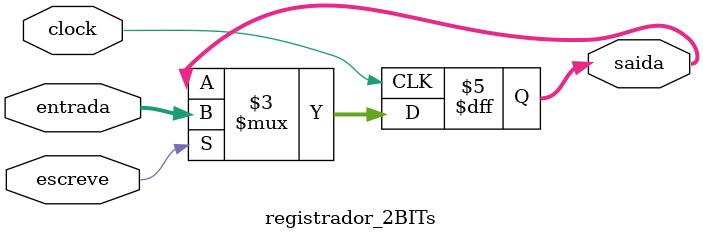
<source format=v>
module registrador_2BITs(output reg [1:0] saida, input [1:0] entrada, input clock, escreve);

	always@(posedge clock)begin
		if(escreve == 1)
			saida<=entrada;
	end
endmodule

</source>
